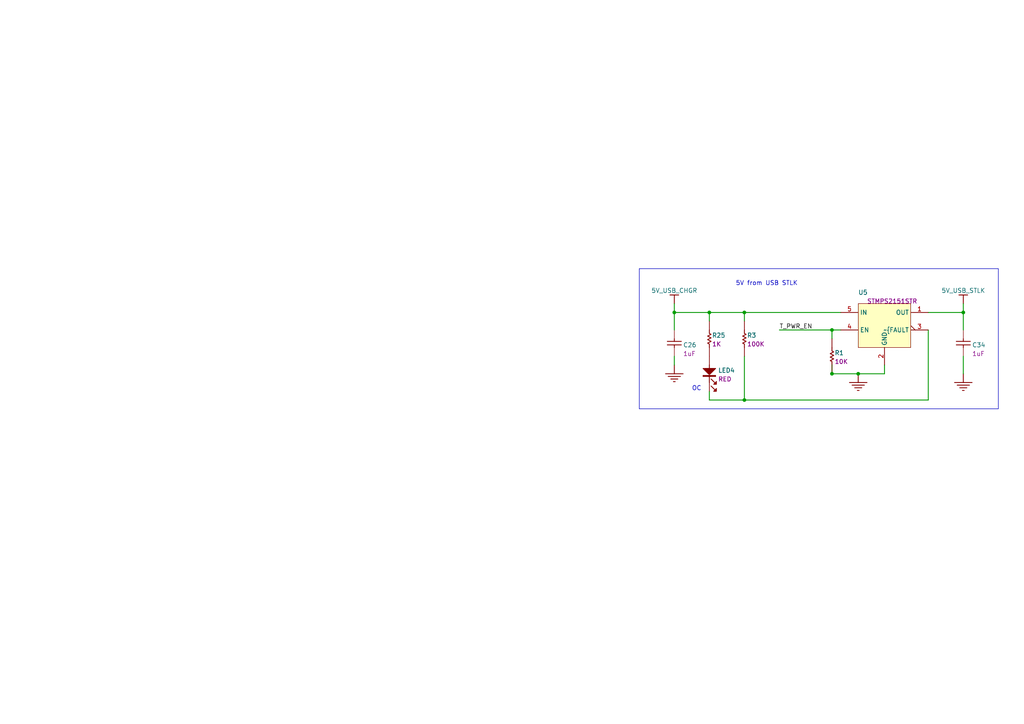
<source format=kicad_sch>
(kicad_sch (version 20211123) (generator eeschema)

  (uuid 993d7cdd-55ce-4b31-bbe5-a80221307d3b)

  (paper "A4")

  (title_block
    (title "ST-LINK/V3E-SWD Module")
    (date "Not used")
    (rev "Not used")
    (company "STMicroelectronics")
  )

  (lib_symbols
    (symbol "STLink_V3E_Module-altium-import:0_STMPS2151STR" (in_bom yes) (on_board yes)
      (property "Reference" "" (id 0) (at 0 0 0)
        (effects (font (size 1.27 1.27)))
      )
      (property "Value" "0_STMPS2151STR" (id 1) (at 0 0 0)
        (effects (font (size 1.27 1.27)))
      )
      (property "Footprint" "" (id 2) (at 0 0 0)
        (effects (font (size 1.27 1.27)) hide)
      )
      (property "Datasheet" "" (id 3) (at 0 0 0)
        (effects (font (size 1.27 1.27)) hide)
      )
      (property "ki_description" "500mA, Enhanced single channel power switches with active high enable pin" (id 4) (at 0 0 0)
        (effects (font (size 1.27 1.27)) hide)
      )
      (property "ki_fp_filters" "MOS_SOT23-5L" (id 5) (at 0 0 0)
        (effects (font (size 1.27 1.27)) hide)
      )
      (symbol "0_STMPS2151STR_1_0"
        (rectangle (start 20.32 2.54) (end 5.08 -10.16)
          (stroke (width 0) (type default) (color 0 0 0 0))
          (fill (type background))
        )
        (pin passive line (at 25.4 0 180) (length 5.08)
          (name "OUT" (effects (font (size 1.27 1.27))))
          (number "1" (effects (font (size 1.27 1.27))))
        )
        (pin passive line (at 12.7 -15.24 90) (length 5.08)
          (name "GND" (effects (font (size 1.27 1.27))))
          (number "2" (effects (font (size 1.27 1.27))))
        )
        (pin passive output_low (at 25.4 -5.08 180) (length 5.08)
          (name "~{FAULT" (effects (font (size 1.27 1.27))))
          (number "3" (effects (font (size 1.27 1.27))))
        )
        (pin passive line (at 0 -5.08 0) (length 5.08)
          (name "EN" (effects (font (size 1.27 1.27))))
          (number "4" (effects (font (size 1.27 1.27))))
        )
        (pin passive line (at 0 0 0) (length 5.08)
          (name "IN" (effects (font (size 1.27 1.27))))
          (number "5" (effects (font (size 1.27 1.27))))
        )
      )
    )
    (symbol "STLink_V3E_Module-altium-import:1_Capacitor" (in_bom yes) (on_board yes)
      (property "Reference" "" (id 0) (at 0 0 0)
        (effects (font (size 1.27 1.27)))
      )
      (property "Value" "1_Capacitor" (id 1) (at 0 0 0)
        (effects (font (size 1.27 1.27)))
      )
      (property "Footprint" "" (id 2) (at 0 0 0)
        (effects (font (size 1.27 1.27)) hide)
      )
      (property "Datasheet" "" (id 3) (at 0 0 0)
        (effects (font (size 1.27 1.27)) hide)
      )
      (property "ki_description" "Capacitor, MLCC, 1uF, 16V, X5R, 10%, 0603, T=0,8mm" (id 4) (at 0 0 0)
        (effects (font (size 1.27 1.27)) hide)
      )
      (property "ki_fp_filters" "C0603" (id 5) (at 0 0 0)
        (effects (font (size 1.27 1.27)) hide)
      )
      (symbol "1_Capacitor_1_0"
        (polyline
          (pts
            (xy 0.508 1.778)
            (xy 4.572 1.778)
          )
          (stroke (width 0.254) (type default) (color 0 0 0 0))
          (fill (type none))
        )
        (polyline
          (pts
            (xy 2.54 0)
            (xy 2.54 0.762)
          )
          (stroke (width 0.254) (type default) (color 0 0 0 0))
          (fill (type none))
        )
        (polyline
          (pts
            (xy 2.54 2.54)
            (xy 2.54 1.778)
          )
          (stroke (width 0.254) (type default) (color 0 0 0 0))
          (fill (type none))
        )
        (polyline
          (pts
            (xy 4.572 0.762)
            (xy 0.508 0.762)
          )
          (stroke (width 0.254) (type default) (color 0 0 0 0))
          (fill (type none))
        )
        (pin passive line (at 2.54 -2.54 90) (length 2.54)
          (name "1" (effects (font (size 0 0))))
          (number "1" (effects (font (size 0 0))))
        )
        (pin passive line (at 2.54 5.08 270) (length 2.54)
          (name "2" (effects (font (size 0 0))))
          (number "2" (effects (font (size 0 0))))
        )
      )
    )
    (symbol "STLink_V3E_Module-altium-import:1_Resistor" (in_bom yes) (on_board yes)
      (property "Reference" "" (id 0) (at 0 0 0)
        (effects (font (size 1.27 1.27)))
      )
      (property "Value" "1_Resistor" (id 1) (at 0 0 0)
        (effects (font (size 1.27 1.27)))
      )
      (property "Footprint" "" (id 2) (at 0 0 0)
        (effects (font (size 1.27 1.27)) hide)
      )
      (property "Datasheet" "" (id 3) (at 0 0 0)
        (effects (font (size 1.27 1.27)) hide)
      )
      (property "ki_description" "Resistor,100K,0402,1%,1/16W" (id 4) (at 0 0 0)
        (effects (font (size 1.27 1.27)) hide)
      )
      (property "ki_fp_filters" "R0402" (id 5) (at 0 0 0)
        (effects (font (size 1.27 1.27)) hide)
      )
      (symbol "1_Resistor_1_0"
        (polyline
          (pts
            (xy 2.54 5.08)
            (xy 2.54 4.064)
            (xy 3.048 3.81)
            (xy 2.032 3.302)
            (xy 3.048 2.794)
            (xy 2.032 2.286)
            (xy 3.048 1.778)
            (xy 2.032 1.27)
            (xy 2.54 1.016)
            (xy 2.54 0)
          )
          (stroke (width 0.254) (type default) (color 0 0 0 0))
          (fill (type none))
        )
        (pin passive line (at 2.54 -2.54 90) (length 2.54)
          (name "1" (effects (font (size 0 0))))
          (number "1" (effects (font (size 0 0))))
        )
        (pin passive line (at 2.54 7.62 270) (length 2.54)
          (name "2" (effects (font (size 0 0))))
          (number "2" (effects (font (size 0 0))))
        )
      )
    )
    (symbol "STLink_V3E_Module-altium-import:3_LED_red" (in_bom yes) (on_board yes)
      (property "Reference" "" (id 0) (at 0 0 0)
        (effects (font (size 1.27 1.27)))
      )
      (property "Value" "3_LED_red" (id 1) (at 0 0 0)
        (effects (font (size 1.27 1.27)))
      )
      (property "Footprint" "" (id 2) (at 0 0 0)
        (effects (font (size 1.27 1.27)) hide)
      )
      (property "Datasheet" "" (id 3) (at 0 0 0)
        (effects (font (size 1.27 1.27)) hide)
      )
      (property "ki_description" "LED Red, 0603 SMD, 2V Forward Voltage" (id 4) (at 0 0 0)
        (effects (font (size 1.27 1.27)) hide)
      )
      (property "ki_fp_filters" "LED_0603_VISHAY_VLMS1300-GS08_RED_1A2K_H0P8" (id 5) (at 0 0 0)
        (effects (font (size 1.27 1.27)) hide)
      )
      (symbol "3_LED_red_1_0"
        (polyline
          (pts
            (xy -1.778 -5.588)
            (xy -1.778 -5.842)
          )
          (stroke (width 0.254) (type default) (color 0 0 0 0))
          (fill (type none))
        )
        (polyline
          (pts
            (xy -1.27 -3.556)
            (xy -1.27 -4.064)
          )
          (stroke (width 0.254) (type default) (color 0 0 0 0))
          (fill (type none))
        )
        (polyline
          (pts
            (xy -1.016 -3.556)
            (xy -1.016 -4.318)
          )
          (stroke (width 0.254) (type default) (color 0 0 0 0))
          (fill (type none))
        )
        (polyline
          (pts
            (xy -0.762 -3.556)
            (xy -0.762 -4.572)
          )
          (stroke (width 0.254) (type default) (color 0 0 0 0))
          (fill (type none))
        )
        (polyline
          (pts
            (xy -0.508 -3.556)
            (xy -0.508 -4.826)
          )
          (stroke (width 0.254) (type default) (color 0 0 0 0))
          (fill (type none))
        )
        (polyline
          (pts
            (xy -0.254 -5.588)
            (xy -0.254 -5.842)
          )
          (stroke (width 0.254) (type default) (color 0 0 0 0))
          (fill (type none))
        )
        (polyline
          (pts
            (xy -0.254 -5.08)
            (xy -1.778 -3.556)
          )
          (stroke (width 0.254) (type default) (color 0 0 0 0))
          (fill (type none))
        )
        (polyline
          (pts
            (xy -0.254 -3.556)
            (xy -0.254 -5.08)
          )
          (stroke (width 0.254) (type default) (color 0 0 0 0))
          (fill (type none))
        )
        (polyline
          (pts
            (xy 0 -2.54)
            (xy 0 -7.62)
          )
          (stroke (width 0.254) (type default) (color 0 0 0 0))
          (fill (type none))
        )
        (polyline
          (pts
            (xy 0.254 -5.588)
            (xy 0.254 -5.842)
          )
          (stroke (width 0.254) (type default) (color 0 0 0 0))
          (fill (type none))
        )
        (polyline
          (pts
            (xy 0.254 -5.08)
            (xy -0.254 -5.08)
          )
          (stroke (width 0.254) (type default) (color 0 0 0 0))
          (fill (type none))
        )
        (polyline
          (pts
            (xy 0.254 -3.556)
            (xy 0.254 -5.08)
          )
          (stroke (width 0.254) (type default) (color 0 0 0 0))
          (fill (type none))
        )
        (polyline
          (pts
            (xy 0.508 -8.636)
            (xy 1.524 -9.652)
          )
          (stroke (width 0.254) (type default) (color 0 0 0 0))
          (fill (type none))
        )
        (polyline
          (pts
            (xy 0.508 -6.604)
            (xy 1.524 -7.62)
          )
          (stroke (width 0.254) (type default) (color 0 0 0 0))
          (fill (type none))
        )
        (polyline
          (pts
            (xy 0.508 -4.826)
            (xy -0.508 -4.826)
          )
          (stroke (width 0.254) (type default) (color 0 0 0 0))
          (fill (type none))
        )
        (polyline
          (pts
            (xy 0.508 -3.556)
            (xy 0.508 -4.826)
          )
          (stroke (width 0.254) (type default) (color 0 0 0 0))
          (fill (type none))
        )
        (polyline
          (pts
            (xy 0.762 -4.572)
            (xy -0.762 -4.572)
          )
          (stroke (width 0.254) (type default) (color 0 0 0 0))
          (fill (type none))
        )
        (polyline
          (pts
            (xy 0.762 -3.556)
            (xy 0.762 -4.572)
          )
          (stroke (width 0.254) (type default) (color 0 0 0 0))
          (fill (type none))
        )
        (polyline
          (pts
            (xy 1.016 -4.318)
            (xy -1.016 -4.318)
          )
          (stroke (width 0.254) (type default) (color 0 0 0 0))
          (fill (type none))
        )
        (polyline
          (pts
            (xy 1.016 -3.556)
            (xy 1.016 -4.318)
          )
          (stroke (width 0.254) (type default) (color 0 0 0 0))
          (fill (type none))
        )
        (polyline
          (pts
            (xy 1.27 -4.064)
            (xy -1.27 -4.064)
          )
          (stroke (width 0.254) (type default) (color 0 0 0 0))
          (fill (type none))
        )
        (polyline
          (pts
            (xy 1.27 -3.556)
            (xy 1.27 -4.064)
          )
          (stroke (width 0.254) (type default) (color 0 0 0 0))
          (fill (type none))
        )
        (polyline
          (pts
            (xy 1.524 -3.81)
            (xy -1.524 -3.81)
          )
          (stroke (width 0.254) (type default) (color 0 0 0 0))
          (fill (type none))
        )
        (polyline
          (pts
            (xy 1.778 -5.842)
            (xy -1.778 -5.842)
          )
          (stroke (width 0.254) (type default) (color 0 0 0 0))
          (fill (type none))
        )
        (polyline
          (pts
            (xy 1.778 -5.588)
            (xy -1.778 -5.588)
          )
          (stroke (width 0.254) (type default) (color 0 0 0 0))
          (fill (type none))
        )
        (polyline
          (pts
            (xy 1.778 -5.588)
            (xy 1.778 -5.842)
          )
          (stroke (width 0.254) (type default) (color 0 0 0 0))
          (fill (type none))
        )
        (polyline
          (pts
            (xy 1.778 -3.556)
            (xy -1.778 -3.556)
          )
          (stroke (width 0.254) (type default) (color 0 0 0 0))
          (fill (type none))
        )
        (polyline
          (pts
            (xy 1.778 -3.556)
            (xy 0.254 -5.08)
          )
          (stroke (width 0.254) (type default) (color 0 0 0 0))
          (fill (type none))
        )
        (polyline
          (pts
            (xy 2.032 -9.398)
            (xy 2.032 -10.16)
            (xy 1.27 -10.16)
            (xy 2.032 -9.398)
          )
          (stroke (width 0.254) (type default) (color 0 0 0 0))
          (fill (type outline))
        )
        (polyline
          (pts
            (xy 2.032 -7.366)
            (xy 2.032 -8.128)
            (xy 1.27 -8.128)
            (xy 2.032 -7.366)
          )
          (stroke (width 0.254) (type default) (color 0 0 0 0))
          (fill (type outline))
        )
        (pin passive line (at 0 0 270) (length 2.54)
          (name "" (effects (font (size 0 0))))
          (number "1" (effects (font (size 0 0))))
        )
        (pin passive line (at 0 -10.16 90) (length 2.54)
          (name "" (effects (font (size 0 0))))
          (number "2" (effects (font (size 0 0))))
        )
      )
    )
    (symbol "STLink_V3E_Module-altium-import:5V_USB_CHGR" (power) (in_bom yes) (on_board yes)
      (property "Reference" "#PWR" (id 0) (at 0 0 0)
        (effects (font (size 1.27 1.27)))
      )
      (property "Value" "5V_USB_CHGR" (id 1) (at 0 3.81 0)
        (effects (font (size 1.27 1.27)))
      )
      (property "Footprint" "" (id 2) (at 0 0 0)
        (effects (font (size 1.27 1.27)) hide)
      )
      (property "Datasheet" "" (id 3) (at 0 0 0)
        (effects (font (size 1.27 1.27)) hide)
      )
      (property "ki_keywords" "power-flag" (id 4) (at 0 0 0)
        (effects (font (size 1.27 1.27)) hide)
      )
      (property "ki_description" "Power symbol creates a global label with name '5V_USB_CHGR'" (id 5) (at 0 0 0)
        (effects (font (size 1.27 1.27)) hide)
      )
      (symbol "5V_USB_CHGR_0_0"
        (polyline
          (pts
            (xy -1.27 -2.54)
            (xy 1.27 -2.54)
          )
          (stroke (width 0.254) (type default) (color 0 0 0 0))
          (fill (type none))
        )
        (polyline
          (pts
            (xy 0 0)
            (xy 0 -2.54)
          )
          (stroke (width 0.254) (type default) (color 0 0 0 0))
          (fill (type none))
        )
        (pin power_in line (at 0 0 0) (length 0) hide
          (name "5V_USB_CHGR" (effects (font (size 1.27 1.27))))
          (number "" (effects (font (size 1.27 1.27))))
        )
      )
    )
    (symbol "STLink_V3E_Module-altium-import:5V_USB_STLK" (power) (in_bom yes) (on_board yes)
      (property "Reference" "#PWR" (id 0) (at 0 0 0)
        (effects (font (size 1.27 1.27)))
      )
      (property "Value" "5V_USB_STLK" (id 1) (at 0 3.81 0)
        (effects (font (size 1.27 1.27)))
      )
      (property "Footprint" "" (id 2) (at 0 0 0)
        (effects (font (size 1.27 1.27)) hide)
      )
      (property "Datasheet" "" (id 3) (at 0 0 0)
        (effects (font (size 1.27 1.27)) hide)
      )
      (property "ki_keywords" "power-flag" (id 4) (at 0 0 0)
        (effects (font (size 1.27 1.27)) hide)
      )
      (property "ki_description" "Power symbol creates a global label with name '5V_USB_STLK'" (id 5) (at 0 0 0)
        (effects (font (size 1.27 1.27)) hide)
      )
      (symbol "5V_USB_STLK_0_0"
        (polyline
          (pts
            (xy -1.27 -2.54)
            (xy 1.27 -2.54)
          )
          (stroke (width 0.254) (type default) (color 0 0 0 0))
          (fill (type none))
        )
        (polyline
          (pts
            (xy 0 0)
            (xy 0 -2.54)
          )
          (stroke (width 0.254) (type default) (color 0 0 0 0))
          (fill (type none))
        )
        (pin power_in line (at 0 0 0) (length 0) hide
          (name "5V_USB_STLK" (effects (font (size 1.27 1.27))))
          (number "" (effects (font (size 1.27 1.27))))
        )
      )
    )
    (symbol "STLink_V3E_Module-altium-import:GND" (power) (in_bom yes) (on_board yes)
      (property "Reference" "#PWR" (id 0) (at 0 0 0)
        (effects (font (size 1.27 1.27)))
      )
      (property "Value" "GND" (id 1) (at 0 6.35 0)
        (effects (font (size 1.27 1.27)))
      )
      (property "Footprint" "" (id 2) (at 0 0 0)
        (effects (font (size 1.27 1.27)) hide)
      )
      (property "Datasheet" "" (id 3) (at 0 0 0)
        (effects (font (size 1.27 1.27)) hide)
      )
      (property "ki_keywords" "power-flag" (id 4) (at 0 0 0)
        (effects (font (size 1.27 1.27)) hide)
      )
      (property "ki_description" "Power symbol creates a global label with name 'GND'" (id 5) (at 0 0 0)
        (effects (font (size 1.27 1.27)) hide)
      )
      (symbol "GND_0_0"
        (polyline
          (pts
            (xy -2.54 -2.54)
            (xy 2.54 -2.54)
          )
          (stroke (width 0.254) (type default) (color 0 0 0 0))
          (fill (type none))
        )
        (polyline
          (pts
            (xy -1.778 -3.302)
            (xy 1.778 -3.302)
          )
          (stroke (width 0.254) (type default) (color 0 0 0 0))
          (fill (type none))
        )
        (polyline
          (pts
            (xy -1.016 -4.064)
            (xy 1.016 -4.064)
          )
          (stroke (width 0.254) (type default) (color 0 0 0 0))
          (fill (type none))
        )
        (polyline
          (pts
            (xy -0.254 -4.826)
            (xy 0.254 -4.826)
          )
          (stroke (width 0.254) (type default) (color 0 0 0 0))
          (fill (type none))
        )
        (polyline
          (pts
            (xy 0 0)
            (xy 0 -2.54)
          )
          (stroke (width 0.254) (type default) (color 0 0 0 0))
          (fill (type none))
        )
        (pin power_in line (at 0 0 0) (length 0) hide
          (name "GND" (effects (font (size 1.27 1.27))))
          (number "" (effects (font (size 1.27 1.27))))
        )
      )
    )
  )

  (junction (at 241.3 95.7072) (diameter 0) (color 0 0 0 0)
    (uuid 01effde0-00be-4c57-811e-1052eb919ac1)
  )
  (junction (at 205.74 90.6272) (diameter 0) (color 0 0 0 0)
    (uuid 3f327f3e-9c88-4ce8-98c5-a0eb1864f527)
  )
  (junction (at 215.9 90.6272) (diameter 0) (color 0 0 0 0)
    (uuid 4a9b03d5-c37a-47e7-a57e-aa8237c52d5d)
  )
  (junction (at 215.9 116.0272) (diameter 0) (color 0 0 0 0)
    (uuid 4dfcd94b-440e-45d8-ba61-e0e18e3022c5)
  )
  (junction (at 279.4 90.6272) (diameter 0) (color 0 0 0 0)
    (uuid 4e16fedc-a38b-401e-a5de-03896de0e471)
  )
  (junction (at 195.58 90.6272) (diameter 0) (color 0 0 0 0)
    (uuid 8319f677-36ef-4449-a9e9-2f32a7cd54e6)
  )
  (junction (at 241.3 108.4072) (diameter 0) (color 0 0 0 0)
    (uuid 9488ae53-774b-40db-8206-7974cd036c13)
  )
  (junction (at 248.92 108.4072) (diameter 0) (color 0 0 0 0)
    (uuid c6b6032f-d912-4e54-a899-cbae3e16a820)
  )

  (polyline (pts (xy 289.56 77.9272) (xy 289.56 118.5672))
    (stroke (width 0) (type solid) (color 0 0 0 0))
    (uuid 1f8e8439-29d6-48dc-85a2-31fc4a1324d9)
  )

  (wire (pts (xy 205.74 90.6272) (xy 215.9 90.6272))
    (stroke (width 0.254) (type default) (color 0 0 0 0))
    (uuid 2055121a-3c4e-4cac-836e-50607d9bb510)
  )
  (wire (pts (xy 195.58 95.7072) (xy 195.58 90.6272))
    (stroke (width 0.254) (type default) (color 0 0 0 0))
    (uuid 23086f55-a892-4646-b7c8-198faa035dda)
  )
  (wire (pts (xy 215.9 116.0272) (xy 215.9 103.3272))
    (stroke (width 0.254) (type default) (color 0 0 0 0))
    (uuid 307233f7-f5c9-40df-9722-089522eba0d0)
  )
  (wire (pts (xy 241.3 105.8672) (xy 241.3 108.4072))
    (stroke (width 0.254) (type default) (color 0 0 0 0))
    (uuid 4507a564-8973-464c-9b72-4cf79d28a93a)
  )
  (wire (pts (xy 215.9 93.1672) (xy 215.9 90.6272))
    (stroke (width 0.254) (type default) (color 0 0 0 0))
    (uuid 4b706867-c6e6-4a68-9021-1b2021334328)
  )
  (polyline (pts (xy 185.42 118.5672) (xy 289.56 118.5672))
    (stroke (width 0) (type solid) (color 0 0 0 0))
    (uuid 4fe37700-7aad-4777-92a8-e5029cc6ed5d)
  )

  (wire (pts (xy 279.4 103.3272) (xy 279.4 108.4072))
    (stroke (width 0.254) (type default) (color 0 0 0 0))
    (uuid 5976f2b1-e49e-4252-ab62-1a98cad7eaec)
  )
  (wire (pts (xy 269.24 90.6272) (xy 279.4 90.6272))
    (stroke (width 0.254) (type default) (color 0 0 0 0))
    (uuid 635c5bb6-5aed-45ac-bf0b-5f217b4e4396)
  )
  (wire (pts (xy 205.74 116.0272) (xy 215.9 116.0272))
    (stroke (width 0.254) (type default) (color 0 0 0 0))
    (uuid 71c9110a-8064-4b4a-acc0-542534ea4901)
  )
  (wire (pts (xy 226.06 95.7072) (xy 241.3 95.7072))
    (stroke (width 0.254) (type default) (color 0 0 0 0))
    (uuid 777a9f77-ed93-4dd0-b0e1-92f3508e1f06)
  )
  (polyline (pts (xy 289.56 77.9272) (xy 185.42 77.9272))
    (stroke (width 0) (type solid) (color 0 0 0 0))
    (uuid 79b24665-ac72-40a1-bf98-1c90306aadbb)
  )

  (wire (pts (xy 269.24 116.0272) (xy 215.9 116.0272))
    (stroke (width 0.254) (type default) (color 0 0 0 0))
    (uuid 81ea2786-5d0c-4335-9e3e-ef74431a8864)
  )
  (wire (pts (xy 241.3 95.7072) (xy 241.3 98.2472))
    (stroke (width 0.254) (type default) (color 0 0 0 0))
    (uuid 8726764d-e241-40ae-bc19-f1316ce245a6)
  )
  (wire (pts (xy 241.3 108.4072) (xy 248.92 108.4072))
    (stroke (width 0.254) (type default) (color 0 0 0 0))
    (uuid 8acdaf93-3378-4d13-8bf9-6b0317108d20)
  )
  (wire (pts (xy 215.9 90.6272) (xy 243.84 90.6272))
    (stroke (width 0.254) (type default) (color 0 0 0 0))
    (uuid 8dff7701-e5e7-4c22-a117-e83318e38a98)
  )
  (polyline (pts (xy 185.42 118.5672) (xy 185.42 77.9272))
    (stroke (width 0) (type solid) (color 0 0 0 0))
    (uuid a446a35b-39f1-4634-8863-1218f6210b7e)
  )

  (wire (pts (xy 205.74 90.6272) (xy 205.74 93.1672))
    (stroke (width 0.254) (type default) (color 0 0 0 0))
    (uuid a5457e54-e9f2-4463-b470-8aebf844603f)
  )
  (wire (pts (xy 279.4 90.6272) (xy 279.4 95.7072))
    (stroke (width 0.254) (type default) (color 0 0 0 0))
    (uuid ad767911-ab9b-46ff-a081-54604a2f6347)
  )
  (wire (pts (xy 279.4 88.0872) (xy 279.4 90.6272))
    (stroke (width 0.254) (type default) (color 0 0 0 0))
    (uuid ad9a43f6-1244-442e-afff-20aeaa675c81)
  )
  (wire (pts (xy 195.58 103.3272) (xy 195.58 105.8672))
    (stroke (width 0.254) (type default) (color 0 0 0 0))
    (uuid b79477c8-61ba-499c-ab41-7e44ba9a94e0)
  )
  (wire (pts (xy 195.58 88.0872) (xy 195.58 90.6272))
    (stroke (width 0.254) (type default) (color 0 0 0 0))
    (uuid bc2cbad5-b4d6-41ce-911b-73af39517d7a)
  )
  (wire (pts (xy 195.58 90.6272) (xy 205.74 90.6272))
    (stroke (width 0.254) (type default) (color 0 0 0 0))
    (uuid bd110c1c-2fda-49df-a076-66f50dadb989)
  )
  (wire (pts (xy 269.24 95.7072) (xy 269.24 116.0272))
    (stroke (width 0.254) (type default) (color 0 0 0 0))
    (uuid d2a9dfbb-e6d3-4b33-b503-3b313080e9ea)
  )
  (wire (pts (xy 205.74 113.4872) (xy 205.74 116.0272))
    (stroke (width 0.254) (type default) (color 0 0 0 0))
    (uuid ea7f3b2c-25d6-4cd6-a736-f9710f013e1f)
  )
  (wire (pts (xy 241.3 95.7072) (xy 243.84 95.7072))
    (stroke (width 0.254) (type default) (color 0 0 0 0))
    (uuid eb7817e4-d031-4471-be3c-ff46eaa3d69f)
  )
  (wire (pts (xy 256.54 108.4072) (xy 256.54 105.8672))
    (stroke (width 0.254) (type default) (color 0 0 0 0))
    (uuid f26aae73-55c9-4b84-9413-5f5705da344c)
  )
  (wire (pts (xy 248.92 108.4072) (xy 256.54 108.4072))
    (stroke (width 0.254) (type default) (color 0 0 0 0))
    (uuid f8349ceb-5255-443b-9fe6-3b41db90a3df)
  )

  (text "5V from USB STLK" (at 213.36 83.0072 180)
    (effects (font (size 1.27 1.27)) (justify left bottom))
    (uuid 6343a04e-1b88-42f1-83e1-9cb64011d6e3)
  )
  (text "OC" (at 200.66 113.4872 180)
    (effects (font (size 1.27 1.27)) (justify left bottom))
    (uuid c7fd63b9-8b45-4131-98f1-314223c3e6da)
  )

  (label "T_PWR_EN" (at 226.06 95.7072 0)
    (effects (font (size 1.27 1.27)) (justify left bottom))
    (uuid fb634643-e942-42b1-a720-7e0879e35b96)
  )

  (symbol (lib_id "STLink_V3E_Module-altium-import:1_Capacitor") (at 193.04 100.7872 0) (unit 1)
    (in_bom yes) (on_board yes)
    (uuid 08254dbd-b698-4917-8904-3e0b6ad248fb)
    (property "Reference" "C26" (id 0) (at 198.12 100.7872 0)
      (effects (font (size 1.27 1.27)) (justify left bottom))
    )
    (property "Value" "~" (id 1) (at 193.294 95.1992 0)
      (effects (font (size 1.27 1.27)) (justify left bottom) hide)
    )
    (property "Footprint" "Capacitor_SMD:C_0603_1608Metric" (id 2) (at 193.04 100.7872 0)
      (effects (font (size 1.27 1.27)) hide)
    )
    (property "Datasheet" "" (id 3) (at 193.04 100.7872 0)
      (effects (font (size 1.27 1.27)) hide)
    )
    (property "REVISION" "" (id 4) (at 193.294 95.1992 0)
      (effects (font (size 1.27 1.27)) (justify left bottom) hide)
    )
    (property "INTERNAL_PART_NUMBER" "MCD-00010" (id 5) (at 193.294 95.1992 0)
      (effects (font (size 1.27 1.27)) (justify left bottom) hide)
    )
    (property "ALTIUM_VALUE" "1uF" (id 6) (at 198.12 103.3272 0)
      (effects (font (size 1.27 1.27)) (justify left bottom))
    )
    (property "STATUS" "Released" (id 7) (at 193.294 95.1992 0)
      (effects (font (size 1.27 1.27)) (justify left bottom) hide)
    )
    (property "MANUFACTURER_PART_NUMBER" "CC0603KRX5R7BB105" (id 8) (at 193.294 95.1992 0)
      (effects (font (size 1.27 1.27)) (justify left bottom) hide)
    )
    (property "MANUFACTURER" "YAGEO" (id 9) (at 193.294 95.1992 0)
      (effects (font (size 1.27 1.27)) (justify left bottom) hide)
    )
    (property "PACKAGE" "C0603" (id 10) (at 193.294 95.1992 0)
      (effects (font (size 1.27 1.27)) (justify left bottom) hide)
    )
    (property "COMPONENTLINK1DESCRIPTION" "Datasheet" (id 11) (at 193.294 95.1992 0)
      (effects (font (size 1.27 1.27)) (justify left bottom) hide)
    )
    (property "PROVIDED_BY" "SUBCO" (id 12) (at 193.294 95.1992 0)
      (effects (font (size 1.27 1.27)) (justify left bottom) hide)
    )
    (property "PART_TYPE" "Capacitor" (id 13) (at 189.992 95.9612 0)
      (effects (font (size 1.27 1.27)) (justify left bottom) hide)
    )
    (property "COMPONENTLINK1URL" "http://tunmcdsvn.tun.st.com/Component_Datasheet_Library/Trunk/Capacitors/Yageo_Multilayer_capacitor_X5R_series_100pF_to_100uF" (id 14) (at 189.992 95.9612 0)
      (effects (font (size 1.27 1.27)) (justify left bottom) hide)
    )
    (property "ECCN_US" "EAR99" (id 15) (at 189.992 95.9612 0)
      (effects (font (size 1.27 1.27)) (justify left bottom) hide)
    )
    (property "ECCN_EU" "NEC" (id 16) (at 189.992 95.9612 0)
      (effects (font (size 1.27 1.27)) (justify left bottom) hide)
    )
    (pin "1" (uuid fd7f7a4f-b042-420a-b690-8eb62ee1d6ab))
    (pin "2" (uuid acebe6a9-2af3-4b82-b1f4-ccb7ca91c49d))
  )

  (symbol (lib_id "STLink_V3E_Module-altium-import:1_Resistor") (at 203.2 100.7872 0) (unit 1)
    (in_bom yes) (on_board yes)
    (uuid 0c9cfe70-04f2-4dcc-b75e-d313fbd597fd)
    (property "Reference" "R25" (id 0) (at 206.502 97.9932 0)
      (effects (font (size 1.27 1.27)) (justify left bottom))
    )
    (property "Value" "~" (id 1) (at 204.978 92.6592 0)
      (effects (font (size 1.27 1.27)) (justify left bottom) hide)
    )
    (property "Footprint" "R0603" (id 2) (at 203.2 100.7872 0)
      (effects (font (size 1.27 1.27)) hide)
    )
    (property "Datasheet" "" (id 3) (at 203.2 100.7872 0)
      (effects (font (size 1.27 1.27)) hide)
    )
    (property "INTERNAL_PART_NUMBER" "MCD-00070" (id 4) (at 200.152 100.7872 0)
      (effects (font (size 1.27 1.27)) (justify left bottom) hide)
    )
    (property "ALTIUM_VALUE" "1K" (id 5) (at 206.502 100.5332 0)
      (effects (font (size 1.27 1.27)) (justify left bottom))
    )
    (property "PROVIDED_BY" "SUBCO" (id 6) (at 200.152 98.2472 0)
      (effects (font (size 1.27 1.27)) (justify left bottom) hide)
    )
    (property "MANUFACTURER_PART_NUMBER" "RC0603FR-071KL" (id 7) (at 200.152 98.2472 0)
      (effects (font (size 1.27 1.27)) (justify left bottom) hide)
    )
    (property "MANUFACTURER" "YAGEO" (id 8) (at 200.152 98.2472 0)
      (effects (font (size 1.27 1.27)) (justify left bottom) hide)
    )
    (property "COMPONENTLINK1DESCRIPTION" "Datasheet" (id 9) (at 200.152 98.2472 0)
      (effects (font (size 1.27 1.27)) (justify left bottom) hide)
    )
    (property "STATUS" "Released" (id 10) (at 200.152 98.2472 0)
      (effects (font (size 1.27 1.27)) (justify left bottom) hide)
    )
    (property "PART_TYPE" "Resistor" (id 11) (at 200.152 98.2472 0)
      (effects (font (size 1.27 1.27)) (justify left bottom) hide)
    )
    (property "PACKAGE" "R0603" (id 12) (at 200.152 98.2472 0)
      (effects (font (size 1.27 1.27)) (justify left bottom) hide)
    )
    (property "COMPONENTLINK1URL" "http://tunmcdsvn.tun.st.com/Component_Datasheet_Library/Trunk/Resistors/Yageo_Resistor_RC0603-series" (id 13) (at 200.152 98.2472 0)
      (effects (font (size 1.27 1.27)) (justify left bottom) hide)
    )
    (property "ECCN_US" "EAR99" (id 14) (at 200.152 98.2472 0)
      (effects (font (size 1.27 1.27)) (justify left bottom) hide)
    )
    (property "ECCN_EU" "NEC" (id 15) (at 200.152 98.2472 0)
      (effects (font (size 1.27 1.27)) (justify left bottom) hide)
    )
    (pin "1" (uuid 5bfe732b-5c28-4344-bd97-ebebe80ba405))
    (pin "2" (uuid d9b3cd32-4bc0-4b1a-bd0a-61466e1e0ffb))
  )

  (symbol (lib_id "STLink_V3E_Module-altium-import:GND") (at 195.58 105.8672 0) (unit 1)
    (in_bom yes) (on_board yes)
    (uuid 3874faef-2431-4e0f-b2e9-3c0223ae368f)
    (property "Reference" "#PWR0235" (id 0) (at 195.58 105.8672 0)
      (effects (font (size 1.27 1.27)) hide)
    )
    (property "Value" "GND" (id 1) (at 195.58 112.2172 0)
      (effects (font (size 1.27 1.27)) hide)
    )
    (property "Footprint" "" (id 2) (at 195.58 105.8672 0)
      (effects (font (size 1.27 1.27)) hide)
    )
    (property "Datasheet" "" (id 3) (at 195.58 105.8672 0)
      (effects (font (size 1.27 1.27)) hide)
    )
    (pin "" (uuid 45360531-8fbb-444a-99d5-aba43e3ecc6a))
  )

  (symbol (lib_id "STLink_V3E_Module-altium-import:GND") (at 248.92 108.4072 0) (unit 1)
    (in_bom yes) (on_board yes)
    (uuid 4e6cc38e-4269-439d-be9d-f43f88d94df9)
    (property "Reference" "#PWR0227" (id 0) (at 248.92 108.4072 0)
      (effects (font (size 1.27 1.27)) hide)
    )
    (property "Value" "GND" (id 1) (at 248.92 114.7572 0)
      (effects (font (size 1.27 1.27)) hide)
    )
    (property "Footprint" "" (id 2) (at 248.92 108.4072 0)
      (effects (font (size 1.27 1.27)) hide)
    )
    (property "Datasheet" "" (id 3) (at 248.92 108.4072 0)
      (effects (font (size 1.27 1.27)) hide)
    )
    (pin "" (uuid 91352235-1c3c-418f-9b52-f6976d42da2d))
  )

  (symbol (lib_id "STLink_V3E_Module-altium-import:0_STMPS2151STR") (at 243.84 90.6272 0) (unit 1)
    (in_bom yes) (on_board yes)
    (uuid 58b4e20e-d726-410b-b3b0-f49e3d98b7d2)
    (property "Reference" "U5" (id 0) (at 248.92 85.5472 0)
      (effects (font (size 1.27 1.27)) (justify left bottom))
    )
    (property "Value" "~" (id 1) (at 248.92 88.0872 0)
      (effects (font (size 1.27 1.27)) (justify left bottom) hide)
    )
    (property "Footprint" "MOS_SOT23-5L" (id 2) (at 243.84 90.6272 0)
      (effects (font (size 1.27 1.27)) hide)
    )
    (property "Datasheet" "" (id 3) (at 243.84 90.6272 0)
      (effects (font (size 1.27 1.27)) hide)
    )
    (property "REVISION" "" (id 4) (at 243.332 83.0072 0)
      (effects (font (size 1.27 1.27)) (justify left bottom) hide)
    )
    (property "INTERNAL_PART_NUMBER" "MCD-00159" (id 5) (at 243.332 83.0072 0)
      (effects (font (size 1.27 1.27)) (justify left bottom) hide)
    )
    (property "ALTIUM_VALUE" "STMPS2151STR" (id 6) (at 251.46 88.0872 0)
      (effects (font (size 1.27 1.27)) (justify left bottom))
    )
    (property "STATUS" "Released" (id 7) (at 243.332 80.4672 0)
      (effects (font (size 1.27 1.27)) (justify left bottom) hide)
    )
    (property "PART_TYPE" "IC" (id 8) (at 243.332 80.4672 0)
      (effects (font (size 1.27 1.27)) (justify left bottom) hide)
    )
    (property "MANUFACTURER_PART_NUMBER" "STMPS2151STR" (id 9) (at 243.332 80.4672 0)
      (effects (font (size 1.27 1.27)) (justify left bottom) hide)
    )
    (property "MANUFACTURER" "STMICROELECTRONICS" (id 10) (at 243.332 80.4672 0)
      (effects (font (size 1.27 1.27)) (justify left bottom) hide)
    )
    (property "COMPONENTLINK1DESCRIPTION" "Datasheet" (id 11) (at 243.332 80.4672 0)
      (effects (font (size 1.27 1.27)) (justify left bottom) hide)
    )
    (property "COMPONENTLINK1URL" "http://tunmcdsvn.tun.st.com/Component_Datasheet_Library/Trunk/IC/STM_PWR-Switch_STMPS2151STR" (id 12) (at 243.332 80.4672 0)
      (effects (font (size 1.27 1.27)) (justify left bottom) hide)
    )
    (property "PROVIDED_BY" "SUBCO with ST control" (id 13) (at 243.332 80.4672 0)
      (effects (font (size 1.27 1.27)) (justify left bottom) hide)
    )
    (property "ALTERNATE_MANUFACTURER_PART_NUMBER" "TPS2051C" (id 14) (at 243.332 83.0072 0)
      (effects (font (size 1.27 1.27)) (justify left bottom) hide)
    )
    (property "ALTERNATE_MANUFACTURER" "TEXAS INSTRUMENTS" (id 15) (at 243.332 83.0072 0)
      (effects (font (size 1.27 1.27)) (justify left bottom) hide)
    )
    (property "BMS_PART_NUMBER" "9159009" (id 16) (at 243.332 83.0072 0)
      (effects (font (size 1.27 1.27)) (justify left bottom) hide)
    )
    (property "ECCN_US" "EAR99" (id 17) (at 243.332 83.0072 0)
      (effects (font (size 1.27 1.27)) (justify left bottom) hide)
    )
    (property "ECCN_EU" "NEC" (id 18) (at 243.332 83.0072 0)
      (effects (font (size 1.27 1.27)) (justify left bottom) hide)
    )
    (pin "1" (uuid 3e069198-6aec-4ab2-9447-86a734bf87a2))
    (pin "2" (uuid 9b754399-648e-4772-bfef-a037ae0429e1))
    (pin "3" (uuid 8e430cfa-9915-46b7-9c9e-27169ca83f39))
    (pin "4" (uuid a62ff380-754d-4c68-b07f-5dfc547a646a))
    (pin "5" (uuid 19176e01-164d-4910-bdcf-927ac2753b9b))
  )

  (symbol (lib_id "STLink_V3E_Module-altium-import:1_Capacitor") (at 276.86 100.7872 0) (unit 1)
    (in_bom yes) (on_board yes)
    (uuid 5b29c05a-5392-46ea-84a3-4d85f64007e6)
    (property "Reference" "C34" (id 0) (at 281.94 100.7872 0)
      (effects (font (size 1.27 1.27)) (justify left bottom))
    )
    (property "Value" "~" (id 1) (at 277.114 95.1992 0)
      (effects (font (size 1.27 1.27)) (justify left bottom) hide)
    )
    (property "Footprint" "Capacitor_SMD:C_0603_1608Metric" (id 2) (at 276.86 100.7872 0)
      (effects (font (size 1.27 1.27)) hide)
    )
    (property "Datasheet" "" (id 3) (at 276.86 100.7872 0)
      (effects (font (size 1.27 1.27)) hide)
    )
    (property "REVISION" "" (id 4) (at 277.114 95.1992 0)
      (effects (font (size 1.27 1.27)) (justify left bottom) hide)
    )
    (property "INTERNAL_PART_NUMBER" "MCD-00010" (id 5) (at 277.114 95.1992 0)
      (effects (font (size 1.27 1.27)) (justify left bottom) hide)
    )
    (property "ALTIUM_VALUE" "1uF" (id 6) (at 281.94 103.3272 0)
      (effects (font (size 1.27 1.27)) (justify left bottom))
    )
    (property "STATUS" "Released" (id 7) (at 277.114 95.1992 0)
      (effects (font (size 1.27 1.27)) (justify left bottom) hide)
    )
    (property "MANUFACTURER_PART_NUMBER" "CC0603KRX5R7BB105" (id 8) (at 277.114 95.1992 0)
      (effects (font (size 1.27 1.27)) (justify left bottom) hide)
    )
    (property "MANUFACTURER" "YAGEO" (id 9) (at 277.114 95.1992 0)
      (effects (font (size 1.27 1.27)) (justify left bottom) hide)
    )
    (property "PACKAGE" "C0603" (id 10) (at 277.114 95.1992 0)
      (effects (font (size 1.27 1.27)) (justify left bottom) hide)
    )
    (property "COMPONENTLINK1DESCRIPTION" "Datasheet" (id 11) (at 277.114 95.1992 0)
      (effects (font (size 1.27 1.27)) (justify left bottom) hide)
    )
    (property "PROVIDED_BY" "SUBCO" (id 12) (at 277.114 95.1992 0)
      (effects (font (size 1.27 1.27)) (justify left bottom) hide)
    )
    (property "PART_TYPE" "Capacitor" (id 13) (at 273.812 95.9612 0)
      (effects (font (size 1.27 1.27)) (justify left bottom) hide)
    )
    (property "COMPONENTLINK1URL" "http://tunmcdsvn.tun.st.com/Component_Datasheet_Library/Trunk/Capacitors/Yageo_Multilayer_capacitor_X5R_series_100pF_to_100uF" (id 14) (at 273.812 95.9612 0)
      (effects (font (size 1.27 1.27)) (justify left bottom) hide)
    )
    (property "ECCN_US" "EAR99" (id 15) (at 273.812 95.9612 0)
      (effects (font (size 1.27 1.27)) (justify left bottom) hide)
    )
    (property "ECCN_EU" "NEC" (id 16) (at 273.812 95.9612 0)
      (effects (font (size 1.27 1.27)) (justify left bottom) hide)
    )
    (pin "1" (uuid 365d579f-70b2-41d1-a248-5455cf5ee6c4))
    (pin "2" (uuid 12831a56-b340-4e5f-882c-be6474e316c2))
  )

  (symbol (lib_id "STLink_V3E_Module-altium-import:3_LED_red") (at 205.74 103.3272 0) (unit 1)
    (in_bom yes) (on_board yes)
    (uuid 6440a622-5ccc-4a95-91da-a8fb7eee5d5b)
    (property "Reference" "LED4" (id 0) (at 208.28 108.1532 0)
      (effects (font (size 1.27 1.27)) (justify left bottom))
    )
    (property "Value" "~" (id 1) (at 203.2 102.8192 0)
      (effects (font (size 1.27 1.27)) (justify left bottom) hide)
    )
    (property "Footprint" "LED_0603_VISHAY_VLMS1300-GS08_RED_1A2K_H0P8" (id 2) (at 205.74 103.3272 0)
      (effects (font (size 1.27 1.27)) hide)
    )
    (property "Datasheet" "" (id 3) (at 205.74 103.3272 0)
      (effects (font (size 1.27 1.27)) hide)
    )
    (property "REVISION" "" (id 4) (at 203.2 102.8192 0)
      (effects (font (size 1.27 1.27)) (justify left bottom) hide)
    )
    (property "INTERNAL_PART_NUMBER" "MCD-00587" (id 5) (at 203.2 102.8192 0)
      (effects (font (size 1.27 1.27)) (justify left bottom) hide)
    )
    (property "ALTIUM_VALUE" "RED" (id 6) (at 208.28 110.6932 0)
      (effects (font (size 1.27 1.27)) (justify left bottom))
    )
    (property "STATUS" "Released" (id 7) (at 203.2 102.8192 0)
      (effects (font (size 1.27 1.27)) (justify left bottom) hide)
    )
    (property "PART_TYPE" "Display" (id 8) (at 203.2 102.8192 0)
      (effects (font (size 1.27 1.27)) (justify left bottom) hide)
    )
    (property "MANUFACTURER_PART_NUMBER" "VLMS1300-GS08" (id 9) (at 203.2 102.8192 0)
      (effects (font (size 1.27 1.27)) (justify left bottom) hide)
    )
    (property "MANUFACTURER" "VISHAY" (id 10) (at 203.2 102.8192 0)
      (effects (font (size 1.27 1.27)) (justify left bottom) hide)
    )
    (property "ALTERNATE_MANUFACTURER_PART_NUMBER" "LS Q976-NR-1" (id 11) (at 203.2 102.8192 0)
      (effects (font (size 1.27 1.27)) (justify left bottom) hide)
    )
    (property "ALTERNATE_MANUFACTURER" "OSRAM OPTO SEMICONDUCTORS" (id 12) (at 203.2 102.8192 0)
      (effects (font (size 1.27 1.27)) (justify left bottom) hide)
    )
    (property "PACKAGE" "LED 0603" (id 13) (at 203.2 102.8192 0)
      (effects (font (size 1.27 1.27)) (justify left bottom) hide)
    )
    (property "COMPONENTLINK1DESCRIPTION" "Datasheet" (id 14) (at 203.2 102.8192 0)
      (effects (font (size 1.27 1.27)) (justify left bottom) hide)
    )
    (property "COMPONENTLINK1URL" "http://tunmcdsvn.tun.st.com/Component_Datasheet_Library/Trunk/Display/VISHAY_LED_RED_VLMS1300-GS08" (id 15) (at 203.2 102.8192 0)
      (effects (font (size 1.27 1.27)) (justify left bottom) hide)
    )
    (property "ORDER_CODE_DIGIKEY" "VLMS1300-GS08CT-ND" (id 16) (at 203.2 102.8192 0)
      (effects (font (size 1.27 1.27)) (justify left bottom) hide)
    )
    (property "ORDER_CODE_FARNELL" "2078728" (id 17) (at 203.2 102.8192 0)
      (effects (font (size 1.27 1.27)) (justify left bottom) hide)
    )
    (property "PROVIDED_BY" "SUBCO" (id 18) (at 203.2 102.8192 0)
      (effects (font (size 1.27 1.27)) (justify left bottom) hide)
    )
    (property "ECCN_US" "n/a" (id 19) (at 205.232 95.7072 0)
      (effects (font (size 1.27 1.27)) (justify left bottom) hide)
    )
    (property "ECCN_EU" "n/a" (id 20) (at 205.232 95.7072 0)
      (effects (font (size 1.27 1.27)) (justify left bottom) hide)
    )
    (pin "1" (uuid e24ee2e3-ef03-48ea-b976-d6df4cac4403))
    (pin "2" (uuid 5c0479cf-d041-4433-be36-3776095d0e86))
  )

  (symbol (lib_id "STLink_V3E_Module-altium-import:1_Resistor") (at 213.36 100.7872 0) (unit 1)
    (in_bom yes) (on_board yes)
    (uuid 951c1ff8-771b-4022-a89b-608eb8797748)
    (property "Reference" "R3" (id 0) (at 216.662 97.9932 0)
      (effects (font (size 1.27 1.27)) (justify left bottom))
    )
    (property "Value" "~" (id 1) (at 215.138 92.6592 0)
      (effects (font (size 1.27 1.27)) (justify left bottom) hide)
    )
    (property "Footprint" "R0402" (id 2) (at 213.36 100.7872 0)
      (effects (font (size 1.27 1.27)) hide)
    )
    (property "Datasheet" "" (id 3) (at 213.36 100.7872 0)
      (effects (font (size 1.27 1.27)) hide)
    )
    (property "INTERNAL_PART_NUMBER" "MCD-00059" (id 4) (at 215.138 92.6592 0)
      (effects (font (size 1.27 1.27)) (justify left bottom) hide)
    )
    (property "ALTIUM_VALUE" "100K" (id 5) (at 216.662 100.5332 0)
      (effects (font (size 1.27 1.27)) (justify left bottom))
    )
    (property "STATUS" "Released" (id 6) (at 215.138 92.6592 0)
      (effects (font (size 1.27 1.27)) (justify left bottom) hide)
    )
    (property "PART_TYPE" "Resistor" (id 7) (at 215.138 92.6592 0)
      (effects (font (size 1.27 1.27)) (justify left bottom) hide)
    )
    (property "MANUFACTURER_PART_NUMBER" "RC0402FR-07100KL" (id 8) (at 215.138 92.6592 0)
      (effects (font (size 1.27 1.27)) (justify left bottom) hide)
    )
    (property "MANUFACTURER" "YAGEO" (id 9) (at 215.138 92.6592 0)
      (effects (font (size 1.27 1.27)) (justify left bottom) hide)
    )
    (property "ALTERNATE_MANUFACTURER_PART_NUMBER" "RT0402FRE07100KL" (id 10) (at 215.138 92.6592 0)
      (effects (font (size 1.27 1.27)) (justify left bottom) hide)
    )
    (property "ALTERNATE_MANUFACTURER" "YAGEO" (id 11) (at 215.138 92.6592 0)
      (effects (font (size 1.27 1.27)) (justify left bottom) hide)
    )
    (property "PACKAGE" "R0402" (id 12) (at 215.138 92.6592 0)
      (effects (font (size 1.27 1.27)) (justify left bottom) hide)
    )
    (property "COMPONENTLINK1DESCRIPTION" "Datasheet" (id 13) (at 215.138 92.6592 0)
      (effects (font (size 1.27 1.27)) (justify left bottom) hide)
    )
    (property "COMPONENTLINK1URL" "http://tunmcdsvn.tun.st.com/Component_Datasheet_Library/Trunk/Resistors/Yageo_Resistor_RC0402-series" (id 14) (at 215.138 92.6592 0)
      (effects (font (size 1.27 1.27)) (justify left bottom) hide)
    )
    (property "PROVIDED_BY" "SUBCO" (id 15) (at 215.138 92.6592 0)
      (effects (font (size 1.27 1.27)) (justify left bottom) hide)
    )
    (property "ECCN_US" "EAR99" (id 16) (at 210.312 98.2472 0)
      (effects (font (size 1.27 1.27)) (justify left bottom) hide)
    )
    (property "ECCN_EU" "NEC" (id 17) (at 210.312 98.2472 0)
      (effects (font (size 1.27 1.27)) (justify left bottom) hide)
    )
    (pin "1" (uuid 101496a3-8823-473b-b1ad-fc3fe2b70875))
    (pin "2" (uuid 597dde7e-40f8-4545-b69b-87a6373f6984))
  )

  (symbol (lib_id "STLink_V3E_Module-altium-import:1_Resistor") (at 238.76 105.8672 0) (unit 1)
    (in_bom yes) (on_board yes)
    (uuid af49fc84-0cc0-4845-8ce4-7f86b3f0dae5)
    (property "Reference" "R1" (id 0) (at 242.062 103.0732 0)
      (effects (font (size 1.27 1.27)) (justify left bottom))
    )
    (property "Value" "~" (id 1) (at 240.538 97.7392 0)
      (effects (font (size 1.27 1.27)) (justify left bottom) hide)
    )
    (property "Footprint" "R0402" (id 2) (at 238.76 105.8672 0)
      (effects (font (size 1.27 1.27)) hide)
    )
    (property "Datasheet" "" (id 3) (at 238.76 105.8672 0)
      (effects (font (size 1.27 1.27)) hide)
    )
    (property "INTERNAL_PART_NUMBER" "MCD-00053" (id 4) (at 240.538 97.7392 0)
      (effects (font (size 1.27 1.27)) (justify left bottom) hide)
    )
    (property "ALTIUM_VALUE" "10K" (id 5) (at 242.062 105.6132 0)
      (effects (font (size 1.27 1.27)) (justify left bottom))
    )
    (property "STATUS" "Released" (id 6) (at 240.538 97.7392 0)
      (effects (font (size 1.27 1.27)) (justify left bottom) hide)
    )
    (property "PART_TYPE" "Resistor" (id 7) (at 240.538 97.7392 0)
      (effects (font (size 1.27 1.27)) (justify left bottom) hide)
    )
    (property "MANUFACTURER_PART_NUMBER" "RC0402FR-0710KL" (id 8) (at 240.538 97.7392 0)
      (effects (font (size 1.27 1.27)) (justify left bottom) hide)
    )
    (property "MANUFACTURER" "YAGEO" (id 9) (at 240.538 97.7392 0)
      (effects (font (size 1.27 1.27)) (justify left bottom) hide)
    )
    (property "PACKAGE" "R0402" (id 10) (at 240.538 97.7392 0)
      (effects (font (size 1.27 1.27)) (justify left bottom) hide)
    )
    (property "COMPONENTLINK1DESCRIPTION" "Datasheet" (id 11) (at 240.538 97.7392 0)
      (effects (font (size 1.27 1.27)) (justify left bottom) hide)
    )
    (property "COMPONENTLINK1URL" "http://tunmcdsvn.tun.st.com/Component_Datasheet_Library/Trunk/Resistors/Yageo_Resistor_RC0402-series" (id 12) (at 240.538 97.7392 0)
      (effects (font (size 1.27 1.27)) (justify left bottom) hide)
    )
    (property "PROVIDED_BY" "SUBCO" (id 13) (at 240.538 97.7392 0)
      (effects (font (size 1.27 1.27)) (justify left bottom) hide)
    )
    (property "ECCN_US" "EAR99" (id 14) (at 235.712 103.3272 0)
      (effects (font (size 1.27 1.27)) (justify left bottom) hide)
    )
    (property "ECCN_EU" "NEC" (id 15) (at 235.712 103.3272 0)
      (effects (font (size 1.27 1.27)) (justify left bottom) hide)
    )
    (property "BMS_PART_NUMBER" "9131590" (id 16) (at 235.712 103.3272 0)
      (effects (font (size 1.27 1.27)) (justify left bottom) hide)
    )
    (pin "1" (uuid 02ab3880-caf8-4cc1-af55-29c50a83928f))
    (pin "2" (uuid 473f23dc-148d-41cd-adcf-761a2d6c5da5))
  )

  (symbol (lib_id "STLink_V3E_Module-altium-import:5V_USB_STLK") (at 279.4 88.0872 180) (unit 1)
    (in_bom yes) (on_board yes)
    (uuid d5e38fca-598b-4d8a-98c9-6da71b070d70)
    (property "Reference" "#PWR0225" (id 0) (at 279.4 88.0872 0)
      (effects (font (size 1.27 1.27)) hide)
    )
    (property "Value" "5V_USB_STLK" (id 1) (at 279.4 84.2772 0))
    (property "Footprint" "" (id 2) (at 279.4 88.0872 0)
      (effects (font (size 1.27 1.27)) hide)
    )
    (property "Datasheet" "" (id 3) (at 279.4 88.0872 0)
      (effects (font (size 1.27 1.27)) hide)
    )
    (pin "" (uuid f88aea72-e5f9-468a-a535-733a04cb118c))
  )

  (symbol (lib_id "STLink_V3E_Module-altium-import:GND") (at 279.4 108.4072 0) (unit 1)
    (in_bom yes) (on_board yes)
    (uuid e33ea362-e3da-44be-9274-18045696cf3d)
    (property "Reference" "#PWR0226" (id 0) (at 279.4 108.4072 0)
      (effects (font (size 1.27 1.27)) hide)
    )
    (property "Value" "GND" (id 1) (at 279.4 114.7572 0)
      (effects (font (size 1.27 1.27)) hide)
    )
    (property "Footprint" "" (id 2) (at 279.4 108.4072 0)
      (effects (font (size 1.27 1.27)) hide)
    )
    (property "Datasheet" "" (id 3) (at 279.4 108.4072 0)
      (effects (font (size 1.27 1.27)) hide)
    )
    (pin "" (uuid 94dcc620-a87a-403e-b579-f56fb04fc4df))
  )

  (symbol (lib_id "STLink_V3E_Module-altium-import:5V_USB_CHGR") (at 195.58 88.0872 180) (unit 1)
    (in_bom yes) (on_board yes)
    (uuid f3b6cb1a-ffec-42f2-867d-15f48d94018f)
    (property "Reference" "#PWR0234" (id 0) (at 195.58 88.0872 0)
      (effects (font (size 1.27 1.27)) hide)
    )
    (property "Value" "5V_USB_CHGR" (id 1) (at 195.58 84.2772 0))
    (property "Footprint" "" (id 2) (at 195.58 88.0872 0)
      (effects (font (size 1.27 1.27)) hide)
    )
    (property "Datasheet" "" (id 3) (at 195.58 88.0872 0)
      (effects (font (size 1.27 1.27)) hide)
    )
    (pin "" (uuid cf41fd9c-43f2-4657-a43a-6edb7e51b65d))
  )

  (sheet_instances
    (path "/" (page "7"))
  )

  (symbol_instances
    (path "/04fd59f3-3f03-4e52-8769-3272b22f61f5"
      (reference "#PWR?") (unit 1) (value "GND") (footprint "")
    )
    (path "/109311f9-482a-44da-9bfd-3b160d0a5996"
      (reference "#PWR?") (unit 1) (value "GND") (footprint "")
    )
    (path "/12ecfe45-2560-44a6-93a3-b5c45eb6dfcd"
      (reference "#PWR?") (unit 1) (value "GND") (footprint "")
    )
    (path "/143e3232-b48c-44cf-9d6c-5d23f4f4f30d"
      (reference "#PWR?") (unit 1) (value "GND") (footprint "")
    )
    (path "/21efc306-5791-4e90-8014-e2a9eb6d34d6"
      (reference "#PWR?") (unit 1) (value "GND") (footprint "")
    )
    (path "/2bbafe1b-5010-4cc4-97c4-31d1f969cd08"
      (reference "#PWR?") (unit 1) (value "3V3_STLK") (footprint "")
    )
    (path "/360833b2-d937-485f-8f4a-6c8513d07533"
      (reference "#PWR?") (unit 1) (value "3V3_STLK") (footprint "")
    )
    (path "/3874faef-2431-4e0f-b2e9-3c0223ae368f"
      (reference "#PWR?") (unit 1) (value "GND") (footprint "")
    )
    (path "/41174667-71d5-4d5d-9c93-25327765b4b9"
      (reference "#PWR?") (unit 1) (value "GND") (footprint "")
    )
    (path "/44f9095b-eeb6-4378-9c5c-6d09ddb813a5"
      (reference "#PWR?") (unit 1) (value "GND") (footprint "")
    )
    (path "/4e6cc38e-4269-439d-be9d-f43f88d94df9"
      (reference "#PWR?") (unit 1) (value "GND") (footprint "")
    )
    (path "/5515c735-5cb5-48e5-bfca-e781b067d2d6"
      (reference "#PWR?") (unit 1) (value "GND") (footprint "")
    )
    (path "/59cf90d3-1553-4c0b-a6ab-1d9af6fe33e1"
      (reference "#PWR?") (unit 1) (value "3V3_STLK") (footprint "")
    )
    (path "/5f27d4b8-9eb9-4cbf-91aa-0fff6179d9f9"
      (reference "#PWR?") (unit 1) (value "3V3_STLK") (footprint "")
    )
    (path "/65086639-65bd-424a-9186-02e953a935f8"
      (reference "#PWR?") (unit 1) (value "GND") (footprint "")
    )
    (path "/8580b24c-9645-4483-932a-b1ae05eda258"
      (reference "#PWR?") (unit 1) (value "5V_USB_CHGR") (footprint "")
    )
    (path "/9593aaa7-4167-4ea8-96cf-2dd116cb00b2"
      (reference "#PWR?") (unit 1) (value "GND") (footprint "")
    )
    (path "/96c14a55-d399-4e7e-bfee-4370c7beb74a"
      (reference "#PWR?") (unit 1) (value "5V_PWR") (footprint "")
    )
    (path "/9e20c934-c0f9-4d6b-9c40-91c9a67b6f71"
      (reference "#PWR?") (unit 1) (value "3V3") (footprint "")
    )
    (path "/9ee7b1d5-1d4a-457a-868f-1c5ac3f6e002"
      (reference "#PWR?") (unit 1) (value "3V3_STLK") (footprint "")
    )
    (path "/b15b4c62-4d02-4ab5-9eab-6c9fa7164c4e"
      (reference "#PWR?") (unit 1) (value "GND") (footprint "")
    )
    (path "/b8f1f158-9ded-4572-b813-5295c6b7e555"
      (reference "#PWR?") (unit 1) (value "GND") (footprint "")
    )
    (path "/d5e38fca-598b-4d8a-98c9-6da71b070d70"
      (reference "#PWR?") (unit 1) (value "5V_USB_STLK") (footprint "")
    )
    (path "/dea4d09c-bf00-41af-992e-b950a11aa5fa"
      (reference "#PWR?") (unit 1) (value "GND") (footprint "")
    )
    (path "/df804509-025e-4a8e-aed0-dbf88fd6b19a"
      (reference "#PWR?") (unit 1) (value "GND") (footprint "")
    )
    (path "/e33ea362-e3da-44be-9274-18045696cf3d"
      (reference "#PWR?") (unit 1) (value "GND") (footprint "")
    )
    (path "/f3b6cb1a-ffec-42f2-867d-15f48d94018f"
      (reference "#PWR?") (unit 1) (value "5V_USB_CHGR") (footprint "")
    )
    (path "/ffb6e8bf-313d-4c15-ac19-78188241a311"
      (reference "#PWR?") (unit 1) (value "GND") (footprint "")
    )
    (path "/08254dbd-b698-4917-8904-3e0b6ad248fb"
      (reference "C26") (unit 1) (value "~") (footprint "C0603")
    )
    (path "/5b29c05a-5392-46ea-84a3-4d85f64007e6"
      (reference "C34") (unit 1) (value "~") (footprint "C0603")
    )
    (path "/07d7745e-e18b-4eb6-92e0-2a9adc21a909"
      (reference "C41") (unit 1) (value "~") (footprint "C0402")
    )
    (path "/b7c62e14-7ab0-4d58-bcd2-69b82f46e3dd"
      (reference "C42") (unit 1) (value "~") (footprint "C0402")
    )
    (path "/8c8730ef-8afc-440c-bb89-45bbd19f3ef4"
      (reference "C63") (unit 1) (value "~") (footprint "C0603")
    )
    (path "/7374d969-12e7-4ff6-84d0-1d3cc6ed4207"
      (reference "C90") (unit 1) (value "~") (footprint "C0402")
    )
    (path "/ef4e364a-4525-40d1-b91b-29f196d0293f"
      (reference "CN1") (unit 1) (value "~") (footprint "CON_USBMICROB_MOLEX_105017-0001_H2P90")
    )
    (path "/0806e1fb-fd48-4b3d-8bbe-c348a044b6c5"
      (reference "CN2") (unit 1) (value "~") (footprint "CON_SAMTEC_TSW-104-07-G-S")
    )
    (path "/d6955d83-1493-456c-ad49-8e23731b5a91"
      (reference "CN16") (unit 1) (value "~") (footprint "CON_STDC14_Receiver_MEDIUM_WITH_MIPI10_3D")
    )
    (path "/2490bac9-b72c-4612-9939-4d23bdcd4fa1"
      (reference "HW1") (unit 1) (value "~") (footprint "")
    )
    (path "/6f0d0817-4305-4493-9b53-68e7055024b0"
      (reference "HW11") (unit 1) (value "~") (footprint "")
    )
    (path "/e4b7cff2-d883-48bd-82a9-00ecae128736"
      (reference "HW12") (unit 1) (value "~") (footprint "")
    )
    (path "/a2ddf05f-e61c-41d4-96f6-aa4e922066a7"
      (reference "HW13") (unit 1) (value "~") (footprint "")
    )
    (path "/984c2918-0bc7-4adb-b9ce-177e7a388022"
      (reference "HW14") (unit 1) (value "~") (footprint "")
    )
    (path "/6d958d99-2e45-4c61-bdde-07df8e45b28a"
      (reference "HW15") (unit 1) (value "~") (footprint "")
    )
    (path "/28db63c5-3e0f-4c65-a865-117d67c88267"
      (reference "HW16") (unit 1) (value "~") (footprint "")
    )
    (path "/fec5faf5-4b19-4889-a5df-cba009403282"
      (reference "JP6") (unit 1) (value "~") (footprint "CON_SAMTEC_TSW-102-07-G-S")
    )
    (path "/2a961c79-236b-4c50-8af0-de45bbb3d124"
      (reference "JP8") (unit 1) (value "~") (footprint "CON_SAMTEC_TSW-106-07-X-D")
    )
    (path "/6440a622-5ccc-4a95-91da-a8fb7eee5d5b"
      (reference "LED4") (unit 1) (value "~") (footprint "LED_0603_VISHAY_VLMS1300-GS08_RED_1A2K_H0P8")
    )
    (path "/03e6b509-1369-4cef-981d-5a6223f55e91"
      (reference "LED6") (unit 1) (value "~") (footprint "LED_BI-GR_HSMF-A201-A00J1")
    )
    (path "/af49fc84-0cc0-4845-8ce4-7f86b3f0dae5"
      (reference "R1") (unit 1) (value "~") (footprint "R0402")
    )
    (path "/951c1ff8-771b-4022-a89b-608eb8797748"
      (reference "R3") (unit 1) (value "~") (footprint "R0402")
    )
    (path "/db692490-b015-4a88-8b05-d44e6e16bb5d"
      (reference "R4") (unit 1) (value "~") (footprint "R0402")
    )
    (path "/cc505bde-f7e8-451f-b18c-439dcfe3b320"
      (reference "R6") (unit 1) (value "~") (footprint "R0402")
    )
    (path "/0095ac8d-d2b7-4031-97d6-4b2905733b2b"
      (reference "R7") (unit 1) (value "~") (footprint "R0402")
    )
    (path "/d2a7b285-1032-46ff-a18a-afc781d06f96"
      (reference "R8") (unit 1) (value "~") (footprint "R0402")
    )
    (path "/611b211c-465b-42b2-a81b-340d30cf14c9"
      (reference "R9") (unit 1) (value "~") (footprint "R0402")
    )
    (path "/d1b9c1e5-14c1-4f12-b0cf-888fed203b23"
      (reference "R10") (unit 1) (value "~") (footprint "R0402")
    )
    (path "/8456b5a4-b514-49f0-90fd-52d02fa3c08e"
      (reference "R11") (unit 1) (value "~") (footprint "R0402")
    )
    (path "/dab5c1e0-9539-44d7-9c09-ccd484c35eaf"
      (reference "R12") (unit 1) (value "~") (footprint "R0402")
    )
    (path "/717bcd90-853b-43f1-9fc9-1f420c9674cd"
      (reference "R13") (unit 1) (value "~") (footprint "R0402")
    )
    (path "/f6660ad0-ec4c-4ace-b146-027933d784db"
      (reference "R14") (unit 1) (value "~") (footprint "R0402")
    )
    (path "/8918ad0e-9843-4827-b68e-6cab52806df4"
      (reference "R15") (unit 1) (value "~") (footprint "R0402")
    )
    (path "/e7ce54ae-4af4-4a5a-bc00-f1863c6c0aa9"
      (reference "R16") (unit 1) (value "~") (footprint "R0402")
    )
    (path "/968362de-d96d-4c49-936b-39cf500c5815"
      (reference "R17") (unit 1) (value "~") (footprint "R0402")
    )
    (path "/1d7a0db0-1e34-4afd-90b9-1fa200dff340"
      (reference "R18") (unit 1) (value "~") (footprint "R0402")
    )
    (path "/0a73f6a9-1dae-4b17-b28f-7292460094fa"
      (reference "R19") (unit 1) (value "~") (footprint "R0603")
    )
    (path "/257238a5-176e-4d1c-a636-2d9de783e6d5"
      (reference "R20") (unit 1) (value "~") (footprint "R0603")
    )
    (path "/0c9cfe70-04f2-4dcc-b75e-d313fbd597fd"
      (reference "R25") (unit 1) (value "~") (footprint "R0603")
    )
    (path "/58b4e20e-d726-410b-b3b0-f49e3d98b7d2"
      (reference "U5") (unit 1) (value "~") (footprint "MOS_SOT23-5L")
    )
    (path "/b0879d7b-5c17-4095-b4c9-5a2b9719c6a0"
      (reference "U9") (unit 1) (value "~") (footprint "ICC_UFBGA201_176+25_10X10_P065")
    )
    (path "/5af0fa88-0246-46b7-b7e9-20ffcb313e3e"
      (reference "U10") (unit 1) (value "~") (footprint "ESD_ST0201")
    )
    (path "/bb37c238-4550-43f6-9920-88f99649ab85"
      (reference "U15") (unit 1) (value "~") (footprint "ESD_SOT323-5L")
    )
    (path "/3ba0f5b5-6f51-4c8f-bf12-908bda93e151"
      (reference "U16") (unit 1) (value "~") (footprint "ESD_SOT323-5L")
    )
    (path "/943065ef-0d18-48d8-8a0f-abf6eeb721de"
      (reference "U17") (unit 1) (value "~") (footprint "ESD_QFN-6L_1P7X1P5_P050")
    )
    (path "/965628ff-8465-49dd-a74a-21b3a206343a"
      (reference "U18") (unit 1) (value "~") (footprint "ESD_QFN2_1P6X1_P125")
    )
    (path "/6677e6f9-dd2c-4aac-9490-36abd68744e5"
      (reference "X1") (unit 1) (value "~") (footprint "OSC_NDK_NZ2520SB_4P")
    )
  )
)

</source>
